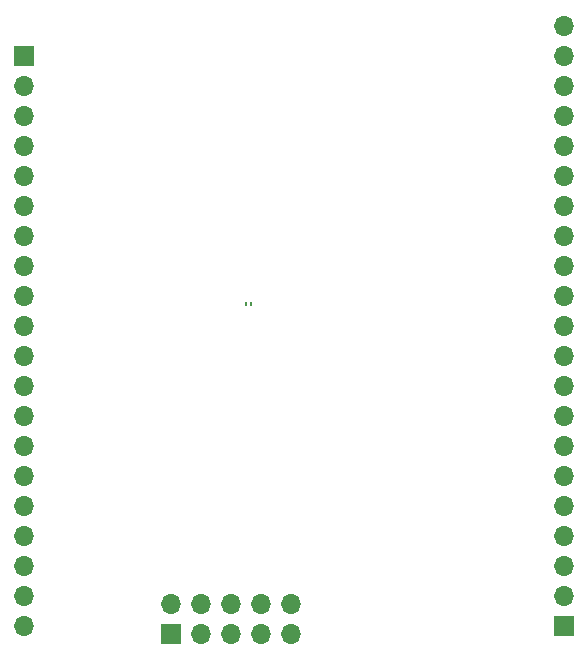
<source format=gbr>
%TF.GenerationSoftware,KiCad,Pcbnew,7.0.8*%
%TF.CreationDate,2024-01-04T13:35:51+01:00*%
%TF.ProjectId,OSSI_CM1,4f535349-5f43-44d3-912e-6b696361645f,rev?*%
%TF.SameCoordinates,Original*%
%TF.FileFunction,Soldermask,Bot*%
%TF.FilePolarity,Negative*%
%FSLAX46Y46*%
G04 Gerber Fmt 4.6, Leading zero omitted, Abs format (unit mm)*
G04 Created by KiCad (PCBNEW 7.0.8) date 2024-01-04 13:35:51*
%MOMM*%
%LPD*%
G01*
G04 APERTURE LIST*
%ADD10R,1.700000X1.700000*%
%ADD11O,1.700000X1.700000*%
%ADD12R,0.150000X0.300000*%
G04 APERTURE END LIST*
D10*
%TO.C,X101*%
X131850000Y-126454000D03*
D11*
X131850000Y-123914000D03*
X134390000Y-126454000D03*
X134390000Y-123914000D03*
X136930000Y-126454000D03*
X136930000Y-123914000D03*
X139470000Y-126454000D03*
X139470000Y-123914000D03*
X142010000Y-126454000D03*
X142010000Y-123914000D03*
%TD*%
D10*
%TO.C,X201*%
X119380000Y-77470000D03*
D11*
X119380000Y-80010000D03*
X119380000Y-82550000D03*
X119380000Y-85090000D03*
X119380000Y-87630000D03*
X119380000Y-90170000D03*
X119380000Y-92710000D03*
X119380000Y-95250000D03*
X119380000Y-97790000D03*
X119380000Y-100330000D03*
X119380000Y-102870000D03*
X119380000Y-105410000D03*
X119380000Y-107950000D03*
X119380000Y-110490000D03*
X119380000Y-113030000D03*
X119380000Y-115570000D03*
X119380000Y-118110000D03*
X119380000Y-120650000D03*
X119380000Y-123190000D03*
X119380000Y-125730000D03*
%TD*%
D12*
%TO.C,STAR101*%
X138187500Y-98504000D03*
X138610000Y-98504000D03*
%TD*%
D10*
%TO.C,X202*%
X165100000Y-125730000D03*
D11*
X165100000Y-123190000D03*
X165100000Y-120650000D03*
X165100000Y-118110000D03*
X165100000Y-115570000D03*
X165100000Y-113030000D03*
X165100000Y-110490000D03*
X165100000Y-107950000D03*
X165100000Y-105410000D03*
X165100000Y-102870000D03*
X165100000Y-100330000D03*
X165100000Y-97790000D03*
X165100000Y-95250000D03*
X165100000Y-92710000D03*
X165100000Y-90170000D03*
X165100000Y-87630000D03*
X165100000Y-85090000D03*
X165100000Y-82550000D03*
X165100000Y-80010000D03*
X165100000Y-77470000D03*
X165100000Y-74930000D03*
%TD*%
M02*

</source>
